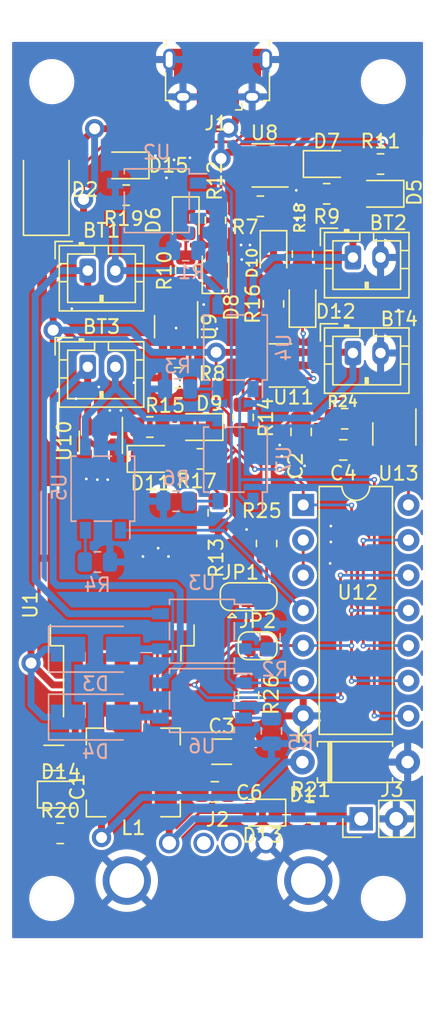
<source format=kicad_pcb>
(kicad_pcb (version 20211014) (generator pcbnew)
  (layers (0 "F.Cu" signal) (31 "B.Cu" signal) (34 "B.Paste" user) (35 "F.Paste" user) (36 "B.SilkS" user "B.Silkscreen") (37 "F.SilkS" user "F.Silkscreen") (38 "B.Mask" user) (39 "F.Mask" user) (44 "Edge.Cuts" user))
  (net 0 "")
  (net 1 "BT1")
  (net 2 "Net-(BT1-Pad2)")
  (net 3 "BT2")
  (net 4 "GND")
  (net 5 "BT3")
  (net 6 "Net-(BT3-Pad2)")
  (net 7 "BT4")
  (net 8 "VRAW")
  (net 9 "5V")
  (net 10 "Net-(C4-Pad1)")
  (net 11 "Net-(D1-Pad1)")
  (net 12 "VBUS")
  (net 13 "Net-(D3-Pad2)")
  (net 14 "Net-(D4-Pad2)")
  (net 15 "Net-(D5-Pad2)")
  (net 16 "Net-(D6-Pad2)")
  (net 17 "Net-(D7-Pad1)")
  (net 18 "Net-(D7-Pad2)")
  (net 19 "Net-(D8-Pad1)")
  (net 20 "Net-(D8-Pad2)")
  (net 21 "Net-(D9-Pad2)")
  (net 22 "Net-(D10-Pad2)")
  (net 23 "Net-(D11-Pad1)")
  (net 24 "Net-(D11-Pad2)")
  (net 25 "Net-(D12-Pad1)")
  (net 26 "Net-(D12-Pad2)")
  (net 30 "Net-(R1-Pad1)")
  (net 31 "Net-(R2-Pad1)")
  (net 32 "Net-(R3-Pad1)")
  (net 33 "Net-(R4-Pad1)")
  (net 34 "Net-(R5-Pad1)")
  (net 35 "Net-(R6-Pad1)")
  (net 36 "Net-(R7-Pad1)")
  (net 37 "Net-(R8-Pad1)")
  (net 38 "Net-(R13-Pad1)")
  (net 39 "Net-(R14-Pad1)")
  (net 40 "Net-(R24-Pad2)")
  (net 41 "Net-(JP1-Pad3)")
  (net 42 "REG_EN")
  (net 43 "GND_CONN")
  (net 44 "VRAW_CONN")
  (net 45 "CROSS_CONN")
  (net 46 "Net-(U12-Pad2)")
  (net 47 "Net-(U12-Pad10)")
  (net 48 "Net-(U12-Pad14)")
  (net 51 "Net-(D13-Pad1)")
  (net 52 "Net-(D14-Pad1)")
  (net 53 "Net-(D15-Pad1)")
  (footprint "LED_SMD:LED_0805_2012Metric" (layer "F.Cu") (at 26.8 11.1 180)
    (fp_text reference "D5")
    (fp_text value "GREEN")
  )
  (footprint "Connector_PinHeader_2.54mm:PinHeader_1x02_P2.54mm_Vertical" (layer "F.Cu") (at 25.4 56.25 90)
    (fp_text reference "J3")
    (fp_text value "Conn_01x02_Male")
  )
  (footprint "Resistor_SMD:R_0805_2012Metric" (layer "F.Cu") (at 15.05 34.15 -90)
    (fp_text reference "R13")
    (fp_text value "10k")
  )
  (footprint "Jumper:SolderJumper-3_P1.3mm_Open_RoundedPad1.0x1.5mm" (layer "F.Cu") (at 17.25 40.2)
    (fp_text reference "JP1")
    (fp_text value "Jumper_3_Open")
  )
  (footprint "LED_SMD:LED_0805_2012Metric" (layer "F.Cu") (at 13.7 27.95 180)
    (fp_text reference "D9")
    (fp_text value "GREEN")
  )
  (footprint "Jumper:SolderJumper-2_P1.3mm_Bridged_RoundedPad1.0x1.5mm" (layer "F.Cu") (at 17.9 43.75)
    (fp_text reference "JP2")
    (fp_text value "Jumper_2_Bridged")
  )
  (footprint "Resistor_SMD:R_0805_2012Metric" (layer "F.Cu") (at 19.05 19.05 -90)
    (fp_text reference "R16")
    (fp_text value "470")
  )
  (footprint "Capacitor_SMD:C_0805_2012Metric" (layer "F.Cu") (at 21.05 28.3 -90)
    (fp_text reference "C2")
    (fp_text value "0.1uF")
  )
  (footprint "Package_TO_SOT_SMD:SOT-23-5" (layer "F.Cu") (at 6.55 29.05 -90)
    (fp_text reference "U10")
    (fp_text value "MCP73831-2-OT")
  )
  (footprint "Resistor_SMD:R_0805_2012Metric" (layer "F.Cu") (at 3.6125 57.3)
    (fp_text reference "R20")
    (fp_text value "1k")
  )
  (footprint "Capacitor_SMD:C_1206_3216Metric" (layer "F.Cu") (at 3.15 51.85 180)
    (fp_text reference "C1")
    (fp_text value "100uF")
  )
  (footprint "Resistor_SMD:R_0805_2012Metric" (layer "F.Cu") (at 16.85 27.25 -90)
    (fp_text reference "R14")
    (fp_text value "10k")
  )
  (footprint "Diode_THT:D_A-405_P7.62mm_Horizontal" (layer "F.Cu") (at 21.14 52.15)
    (fp_text reference "D1")
    (fp_text value "D_Zener")
  )
  (footprint "Resistor_SMD:R_0805_2012Metric" (layer "F.Cu") (at 24.2 27.35)
    (fp_text reference "R24")
    (fp_text value "10k")
  )
  (footprint "LED_SMD:LED_0805_2012Metric" (layer "F.Cu") (at 10.15 30.25)
    (fp_text reference "D11")
    (fp_text value "ORANGE")
  )
  (footprint "Connector_JST:JST_PH_B2B-PH-K_1x02_P2.00mm_Vertical" (layer "F.Cu") (at 5.6 16.65)
    (fp_text reference "BT1")
    (fp_text value "Battery_Cell")
  )
  (footprint "Resistor_SMD:R_0805_2012Metric" (layer "F.Cu") (at 26.8 8.95)
    (fp_text reference "R11")
    (fp_text value "470")
  )
  (footprint "Resistor_SMD:R_0805_2012Metric" (layer "F.Cu") (at 18.55 36.3625 -90)
    (fp_text reference "R25")
    (fp_text value "1k")
  )
  (footprint "LED_SMD:LED_0805_2012Metric" (layer "F.Cu") (at 8.35 9.05 180)
    (fp_text reference "D15")
    (fp_text value "RED")
  )
  (footprint "Package_TO_SOT_SMD:SOT-23-5" (layer "F.Cu") (at 27.8 28.45 -90)
    (fp_text reference "U13")
    (fp_text value "LD3985M33R_SOT23")
  )
  (footprint "Library:USB-A1HS" (layer "F.Cu") (at 15 58)
    (fp_text reference "J2")
    (fp_text value "USB_A")
  )
  (footprint "Inductor_SMD:L_Bourns-SRN6028" (layer "F.Cu") (at 8.9 52.9)
    (fp_text reference "L1")
    (fp_text value "47uH")
  )
  (footprint "Package_TO_SOT_SMD:SOT-23-5" (layer "F.Cu") (at 19.55 23.5 180)
    (fp_text reference "U11")
    (fp_text value "MCP73831-2-OT")
  )
  (footprint "Resistor_SMD:R_0805_2012Metric" (layer "F.Cu") (at 12.7 16.6125 -90)
    (fp_text reference "R10")
    (fp_text value "470")
  )
  (footprint "Resistor_SMD:R_0805_2012Metric" (layer "F.Cu") (at 21.75 55.8)
    (fp_text reference "R21")
    (fp_text value "1k")
  )
  (footprint "Package_TO_SOT_SMD:TO-263-5_TabPin3" (layer "F.Cu") (at 8.1 40.8 90)
    (fp_text reference "U1")
    (fp_text value "TS2596CM550")
  )
  (footprint "Resistor_SMD:R_0805_2012Metric" (layer "F.Cu") (at 17.25 47.3 -90)
    (fp_text reference "R26")
    (fp_text value "10k")
  )
  (footprint "LED_SMD:LED_0805_2012Metric" (layer "F.Cu") (at 14.85 16.6125 90)
    (fp_text reference "D8")
    (fp_text value "ORANGE")
  )
  (footprint "Resistor_SMD:R_0805_2012Metric" (layer "F.Cu") (at 8.3875 11.2 180)
    (fp_text reference "R19")
    (fp_text value "1k")
  )
  (footprint "Capacitor_SMD:C_1206_3216Metric" (layer "F.Cu") (at 15.3 51.4)
    (fp_text reference "C3")
    (fp_text value "100uF")
  )
  (footprint "Resistor_SMD:R_0805_2012Metric" (layer "F.Cu") (at 18.1 12)
    (fp_text reference "R7")
    (fp_text value "10k")
  )
  (footprint "Diode_SMD:D_SMA" (layer "F.Cu") (at 2.6 10.7 90)
    (fp_text reference "D2")
    (fp_text value "D")
  )
  (footprint "Connector_JST:JST_PH_B2B-PH-K_1x02_P2.00mm_Vertical" (layer "F.Cu") (at 5.6 23.6)
    (fp_text reference "BT3")
    (fp_text value "Battery_Cell")
  )
  (footprint "Package_TO_SOT_SMD:SOT-23-5" (layer "F.Cu") (at 12 20.7 -90)
    (fp_text reference "U9")
    (fp_text value "MCP73831-2-OT")
  )
  (footprint "LED_SMD:LED_0805_2012Metric" (layer "F.Cu") (at 3.65 54.5)
    (fp_text reference "D14")
    (fp_text value "RED")
  )
  (footprint "Connector_JST:JST_PH_B2B-PH-K_1x02_P2.00mm_Vertical" (layer "F.Cu") (at 24.8 15.7)
    (fp_text reference "BT2")
    (fp_text value "Battery_Cell")
  )
  (footprint "LED_SMD:LED_0805_2012Metric" (layer "F.Cu") (at 12.7 13.0125 -90)
    (fp_text reference "D6")
    (fp_text value "GREEN")
  )
  (footprint "Package_DIP:DIP-14_W7.62mm" (layer "F.Cu") (at 21.2 33.575)
    (fp_text reference "U12")
    (fp_text value "CD40106BE")
  )
  (footprint "LED_SMD:LED_0805_2012Metric" (layer "F.Cu") (at 22.9 8.95)
    (fp_text reference "D7")
    (fp_text value "ORANGE")
  )
  (footprint "Capacitor_SMD:C_0805_2012Metric" (layer "F.Cu") (at 24.1 29.6 180)
    (fp_text reference "C4")
    (fp_text value "10n")
  )
  (footprint "Resistor_SMD:R_0805_2012Metric" (layer "F.Cu") (at 21.15 15.45 90)
    (fp_text reference "R18")
    (fp_text value "470")
  )
  (footprint "Resistor_SMD:R_0805_2012Metric" (layer "F.Cu") (at 14.85 13.0125 90)
    (fp_text reference "R12")
    (fp_text value "470")
  )
  (footprint "LED_SMD:LED_0805_2012Metric" (layer "F.Cu") (at 19.05 15.45 -90)
    (fp_text reference "D10")
    (fp_text value "GREEN")
  )
  (footprint "LED_SMD:LED_0805_2012Metric" (layer "F.Cu") (at 21.15 19.05 90)
    (fp_text reference "D12")
    (fp_text value "ORANGE")
  )
  (footprint "Resistor_SMD:R_0805_2012Metric" (layer "F.Cu") (at 12.1 24.4 180)
    (fp_text reference "R8")
    (fp_text value "10k")
  )
  (footprint "Resistor_SMD:R_0805_2012Metric" (layer "F.Cu") (at 13.75 30.25)
    (fp_text reference "R17")
    (fp_text value "470")
  )
  (footprint "Package_TO_SOT_SMD:SOT-23-5" (layer "F.Cu") (at 18.3 9.05 180)
    (fp_text reference "U8")
    (fp_text value "MCP73831-2-OT")
  )
  (footprint "Connector_USB:USB_Micro-B_Amphenol_10118194_Horizontal" (layer "F.Cu") (at 15 2.7 180)
    (fp_text reference "J1")
    (fp_text value "USB_B_Micro")
  )
  (footprint "LED_SMD:LED_0805_2012Metric" (layer "F.Cu") (at 18.25 55.8 180)
    (fp_text reference "D13")
    (fp_text value "RED")
  )
  (footprint "Connector_JST:JST_PH_B2B-PH-K_1x02_P2.00mm_Vertical" (layer "F.Cu") (at 24.8 22.6)
    (fp_text reference "BT4")
    (fp_text value "Battery_Cell")
  )
  (footprint "Resistor_SMD:R_0805_2012Metric" (layer "F.Cu") (at 22.9 11.1 180)
    (fp_text reference "R9")
    (fp_text value "470")
  )
  (footprint "Capacitor_SMD:C_0805_2012Metric" (layer "F.Cu") (at 14.8 54.3)
    (fp_text reference "C6")
    (fp_text value "0.1uF")
  )
  (footprint "Resistor_SMD:R_0805_2012Metric" (layer "F.Cu") (at 10.1 27.95 180)
    (fp_text reference "R15")
    (fp_text value "470")
  )
  (footprint "Package_SO:SO-4_4.4x4.3mm_P2.54mm" (layer "B.Cu") (at 6.7 32.4 90)
    (fp_text reference "U5")
    (fp_text value "ASSR-1218")
  )
  (footprint "Diode_SMD:D_SMA" (layer "B.Cu") (at 6.17 48.9)
    (fp_text reference "D4")
    (fp_text value "D")
  )
  (footprint "Diode_SMD:D_SMA" (layer "B.Cu") (at 6.17 44)
    (fp_text reference "D3")
    (fp_text value "D")
  )
  (footprint "Package_SO:SO-4_4.4x4.3mm_P2.54mm" (layer "B.Cu") (at 10.6 11.6 180)
    (fp_text reference "U2")
    (fp_text value "ASSR-1218")
  )
  (footprint "Resistor_SMD:R_0805_2012Metric" (layer "B.Cu") (at 12 33.3 180)
    (fp_text reference "R6")
    (fp_text value "1k")
  )
  (footprint "Package_SO:SO-4_4.4x4.3mm_P2.54mm" (layer "B.Cu") (at 13.87 42.7 180)
    (fp_text reference "U3")
    (fp_text value "ASSR-1218")
  )
  (footprint "Resistor_SMD:R_0805_2012Metric" (layer "B.Cu") (at 18.9 49.9 -90)
    (fp_text reference "R5")
    (fp_text value "1k")
  )
  (footprint "Resistor_SMD:R_0805_2012Metric" (layer "B.Cu") (at 12.1125 25.2 180)
    (fp_text reference "R3")
    (fp_text value "1k")
  )
  (footprint "Package_SO:SO-4_4.4x4.3mm_P2.54mm" (layer "B.Cu") (at 16.3 22.2 90)
    (fp_text reference "U4")
    (fp_text value "ASSR-1218")
  )
  (footprint "Package_SO:SO-4_4.4x4.3mm_P2.54mm" (layer "B.Cu") (at 16.3 30.3 90)
    (fp_text reference "U7")
    (fp_text value "ASSR-1218")
  )
  (footprint "Resistor_SMD:R_0805_2012Metric" (layer "B.Cu") (at 6.3 37.7)
    (fp_text reference "R4")
    (fp_text value "1k")
  )
  (footprint "Resistor_SMD:R_0805_2012Metric" (layer "B.Cu") (at 12.7 15.2 180)
    (fp_text reference "R1")
    (fp_text value "1k")
  )
  (footprint "Resistor_SMD:R_0805_2012Metric" (layer "B.Cu") (at 18.8 43.1 90)
    (fp_text reference "R2")
    (fp_text value "1k")
  )
  (footprint "Package_SO:SO-4_4.4x4.3mm_P2.54mm" (layer "B.Cu") (at 13.87 47.7 180)
    (fp_text reference "U6")
    (fp_text value "ASSR-1218")
  )
  (gr_circle (center 3 3) (end 4.5 3) (layer "Edge.Cuts") (width 0.01) (fill none))
  (gr_circle (center 27 3) (end 28.5 3) (layer "Edge.Cuts") (width 0.01) (fill none))
  (gr_rect (start 0 0) (end 30 65) (layer "Edge.Cuts") (width 0.01) (fill none))
  (gr_circle (center 27 62) (end 28.5 62) (layer "Edge.Cuts") (width 0.01) (fill none))
  (gr_circle (center 3 62) (end 4.5 62) (layer "Edge.Cuts") (width 0.01) (fill none))
  (segment (start 5.6 18.4) (end 5.6 16.65) (width 0.5) (layer "F.Cu") (net 1))
  (segment (start 6.7625 19.5625) (end 5.6 18.4) (width 0.5) (layer "F.Cu") (net 1))
  (segment (start 11.05 19.5625) (end 6.7625 19.5625) (width 0.5) (layer "F.Cu") (net 1))
  (segment (start 3.55 16.65) (end 1.8 18.4) (width 0.5) (layer "B.Cu") (net 1))
  (segment (start 4.23 41.43) (end 10.87 41.43) (width 0.5) (layer "B.Cu") (net 1))
  (segment (start 5.6 16.65) (end 3.55 16.65) (width 0.5) (layer "B.Cu") (net 1))
  (segment (start 1.8 18.4) (end 1.8 39) (width 0.5) (layer "B.Cu") (net 1))
  (segment (start 1.8 39) (end 4.23 41.43) (width 0.5) (layer "B.Cu") (net 1))
  (segment (start 7.6 16.65) (end 7.6 12.87) (width 0.5) (layer "B.Cu") (net 2))
  (segment (start 13.55 16.65) (end 7.6 16.65) (width 0.5) (layer "B.Cu") (net 2))
  (segment (start 15.03 19.2) (end 15.03 18.13) (width 0.5) (layer "B.Cu") (net 2))
  (segment (start 15.03 18.13) (end 13.55 16.65) (width 0.5) (layer "B.Cu") (net 2))
  (segment (start 22.2 6.3) (end 20.4 8.1) (width 0.5) (layer "F.Cu") (net 3))
  (segment (start 28.05 12.95) (end 29.15048 11.84952) (width 0.5) (layer "F.Cu") (net 3))
  (segment (start 24.8 15.7) (end 24.8 14.55) (width 0.5) (layer "F.Cu") (net 3))
  (segment (start 27.8 6.3) (end 22.2 6.3) (width 0.5) (layer "F.Cu") (net 3))
  (segment (start 26.4 12.95) (end 28.05 12.95) (width 0.5) (layer "F.Cu") (net 3))
  (segment (start 24.8 14.55) (end 26.4 12.95) (width 0.5) (layer "F.Cu") (net 3))
  (segment (start 29.15048 11.84952) (end 29.15048 7.65048) (width 0.5) (layer "F.Cu") (net 3))
  (segment (start 29.15048 7.65048) (end 27.8 6.3) (width 0.5) (layer "F.Cu") (net 3))
  (segment (start 20.4 8.1) (end 19.4375 8.1) (width 0.5) (layer "F.Cu") (net 3))
  (segment (start 17.57 19.2) (end 17.57 17.13) (width 0.5) (layer "B.Cu") (net 3))
  (segment (start 19 15.7) (end 24.8 15.7) (width 0.5) (layer "B.Cu") (net 3))
  (segment (start 17.57 17.13) (end 19 15.7) (width 0.5) (layer "B.Cu") (net 3))
  (via (at 10.5 8.35) (size 0.4) (drill 0.2) (layers "F.Cu" "B.Cu") (net 4))
  (via (at 10.7 36.7) (size 0.4) (drill 0.2) (layers "F.Cu" "B.Cu") (net 4))
  (via (at 19.65 30.05) (size 0.4) (drill 0.2) (layers "F.Cu" "B.Cu") (net 4))
  (via (at 23.2 35.1) (size 0.4) (drill 0.2) (layers "F.Cu" "B.Cu") (net 4))
  (via (at 11.45 37.3) (size 0.4) (drill 0.2) (layers "F.Cu" "B.Cu") (net 4))
  (via (at 17.35 14.8) (size 0.4) (drill 0.2) (layers "F.Cu" "B.Cu") (net 4))
  (via (at 20.8 12.95) (size 0.4) (drill 0.2) (layers "F.Cu" "B.Cu") (net 4))
  (via (at 6.4 25.05) (size 0.4) (drill 0.2) (layers "F.Cu" "B.Cu") (net 4))
  (via (at 13 8.5) (size 0.4) (drill 0.2) (layers "F.Cu" "B.Cu") (net 4))
  (via (at 28.1 19.5) (size 0.4) (drill 0.2) (layers "F.Cu" "B.Cu") (net 4))
  (via (at 8 26.75) (size 0.4) (drill 0.2) (layers "F.Cu" "B.Cu") (net 4))
  (via (at 6.3 31.75) (size 0.4) (drill 0.2) (layers "F.Cu" "B.Cu") (net 4))
  (via (at 23.2 36.25) (size 0.4) (drill 0.2) (layers "F.Cu" "B.Cu") (net 4))
  (via (at 11.3 9.95) (size 0.4) (drill 0.2) (layers "F.Cu" "B.Cu") (net 4))
  (via (at 21.3 30.75) (size 0.4) (drill 0.2) (layers "F.Cu" "B.Cu") (net 4))
  (via (at 23.8 19.6) (size 0.4) (drill 0.2) (layers "F.Cu" "B.Cu") (net 4))
  (via (at 11.85 8.65) (size 0.4) (drill 0.2) (layers "F.Cu" "B.Cu") (net 4))
  (via (at 16.75 15.85) (size 0.4) (drill 0.2) (layers "F.Cu" "B.Cu") (net 4))
  (via (at 7.2 26.75) (size 0.4) (drill 0.2) (layers "F.Cu" "B.Cu") (net 4))
  (via (at 5.5 31.7) (size 0.4) (drill 0.2) (layers "F.Cu" "B.Cu") (net 4))
  (via (at 4.75 25.9) (size 0.4) (drill 0.2) (layers "F.Cu" "B.Cu") (net 4))
  (via (at 17.1 35.35) (size 0.4) (drill 0.2) (layers "F.Cu" "B.Cu") (net 4))
  (via (at 9.6 37.3) (size 0.4) (drill 0.2) (layers "F.Cu" "B.Cu") (net 4))
  (via (at 4.45 19.4) (size 0.4) (drill 0.2) (layers "F.Cu" "B.Cu") (net 4))
  (via (at 20.7 10.85) (size 0.4) (drill 0.2) (layers "F.Cu" "B.Cu") (net 4))
  (via (at 20.7 11.85) (size 0.4) (drill 0.2) (layers "F.Cu" "B.Cu") (net 4))
  (via (at 12 20.8) (size 0.4) (drill 0.2) (layers "F.Cu" "B.Cu") (net 4))
  (via (at 19.5 29.25) (size 0.4) (drill 0.2) (layers "F.Cu" "B.Cu") (net 4))
  (via (at 7.05 31.75) (size 0.4) (drill 0.2) (layers "F.Cu" "B.Cu") (net 4))
  (via (at 14 19.1) (size 0.4) (drill 0.2) (layers "F.Cu" "B.Cu") (net 4))
  (via (at 8.95 24.75) (size 0.4) (drill 0.2) (layers "F.Cu" "B.Cu") (net 4))
  (via (at 23.15 37.8) (size 0.4) (drill 0.2) (layers "F.Cu" "B.Cu") (net 4))
  (via (at 16.7 14.8) (size 0.4) (drill 0.2) (layers "F.Cu" "B.Cu") (net 4))
  (via (at 14.95 20.85) (size 0.4) (drill 0.2) (layers "F.Cu" "B.Cu") (net 4))
  (segment (start 5.6 27.9125) (end 5.6 23.6) (width 0.5) (layer "F.Cu") (net 5))
  (segment (start 3.4 39.4) (end 11.9 39.4) (width 0.5) (layer "B.Cu") (net 5))
  (segment (start 12.3 45) (end 10.87 46.43) (width 0.5) (layer "B.Cu") (net 5))
  (segment (start 3.1 39.1) (end 3.4 39.4) (width 0.5) (layer "B.Cu") (net 5))
  (segment (start 5.6 23.6) (end 3.1 26.1) (width 0.5) (layer "B.Cu") (net 5))
  (segment (start 3.1 26.1) (end 3.1 39.1) (width 0.5) (layer "B.Cu") (net 5))
  (segment (start 12.3 39.8) (end 12.3 45) (width 0.5) (layer "B.Cu") (net 5))
  (segment (start 11.9 39.4) (end 12.3 39.8) (width 0.5) (layer "B.Cu") (net 5))
  (segment (start 15.03 27.3) (end 9.8 27.3) (width 0.5) (layer "B.Cu") (net 6))
  (segment (start 7.6 25.1) (end 5.43 27.27) (width 0.5) (layer "B.Cu") (net 6))
  (segment (start 5.43 27.27) (end 5.43 29.4) (width 0.5) (layer "B.Cu") (net 6))
  (segment (start 9.8 27.3) (end 7.6 25.1) (width 0.5) (layer "B.Cu") (net 6))
  (segment (start 7.6 25.1) (end 7.6 23.6) (width 0.5) (layer "B.Cu") (net 6))
  (segment (start 24.75 22.55) (end 24.8 22.6) (width 0.5) (layer "F.Cu") (net 7))
  (segment (start 20.6875 22.55) (end 24.75 22.55) (width 0.5) (layer "F.Cu") (net 7))
  (segment (start 24.8 24.5) (end 24.8 22.6) (width 0.5) (layer "B.Cu") (net 7))
  (segment (start 17.57 27.3) (end 22 27.3) (width 0.5) (layer "B.Cu") (net 7))
  (segment (start 22 27.3) (end 24.8 24.5) (width 0.5) (layer "B.Cu") (net 7))
  (segment (start 6.95 7.35) (end 2.6 11.7) (width 0.2) (layer "F.Cu") (net 8))
  (segment (start 29.7 7.25) (end 28.05 5.6) (width 0.2) (layer "F.Cu") (net 8))
  (segment (start 1.5 33.4) (end 1.5 38.3) (width 0.5) (layer "F.Cu") (net 8))
  (segment (start 28.05 5.6) (end 18.05 5.6) (width 0.2) (layer "F.Cu") (net 8))
  (segment (start 1.5 15.8) (end 2.6 14.7) (width 0.5) (layer "F.Cu") (net 8))
  (segment (start 2.6 14.7) (end 2.6 12.7) (width 0.5) (layer "F.Cu") (net 8))
  (segment (start 4.5875 54.5) (end 4.5875 51.8875) (width 0.2) (layer "F.Cu") (net 8))
  (segment (start 1.5 38.3) (end 1.5 45) (width 0.5) (layer "F.Cu") (net 8))
  (segment (start 4.7 51.775) (end 4.7 46.575) (width 0.5) (layer "F.Cu") (net 8))
  (segment (start 16.3 7.35) (end 6.95 7.35) (width 0.2) (layer "F.Cu") (net 8))
  (segment (start 1.5 33.4) (end 1.5 15.8) (width 0.5) (layer "F.Cu") (net 8))
  (segment (start 4.625 51.85) (end 4.7 51.775) (width 0.5) (layer "F.Cu") (net 8))
  (segment (start 28.75 26.45) (end 29.7 25.5) (width 0.2) (layer "F.Cu") (net 8))
  (segment (start 28.75 27.3125) (end 28.75 26.45) (width 0.2) (layer "F.Cu") (net 8))
  (segment (start 2.6 11.7) (end 2.6 12.7) (width 0.2) (layer "F.Cu") (net 8))
  (segment (start 21.05 27.35) (end 23.2875 27.35) (width 0.2) (layer "F.Cu") (net 8))
  (segment (start 18.55 35.45) (end 18.55 29.2) (width 0.2) (layer "F.Cu") (net 8))
  (segment (start 20.4 27.35) (end 21.05 27.35) (width 0.2) (layer "F.Cu") (net 8))
  (segment (start 29.7 25.5) (end 29.7 7.25) (width 0.2) (layer "F.Cu") (net 8))
  (segment (start 4.5875 51.8875) (end 4.625 51.85) (width 0.2) (layer "F.Cu") (net 8))
  (segment (start 23.2875 27.35) (end 23.2875 26.1625) (width 0.2) (layer "F.Cu") (net 8))
  (segment (start 18.05 5.6) (end 16.3 7.35) (width 0.2) (layer "F.Cu") (net 8))
  (segment (start 27.685717 25.9) (end 28.75 26.964283) (width 0.2) (layer "F.Cu") (net 8))
  (segment (start 3.075 46.575) (end 4.7 46.575) (width 0.5) (layer "F.Cu") (net 8))
  (segment (start 18.55 29.2) (end 20.4 27.35) (width 0.2) (layer "F.Cu") (net 8))
  (segment (start 23.2875 26.1625) (end 23.55 25.9) (width 0.2) (layer "F.Cu") (net 8))
  (segment (start 28.75 26.964283) (end 28.75 27.3125) (width 0.2) (layer "F.Cu") (net 8))
  (segment (start 1.5 45) (end 3.075 46.575) (width 0.5) (layer "F.Cu") (net 8))
  (segment (start 23.55 25.9) (end 27.685717 25.9) (width 0.2) (layer "F.Cu") (net 8))
  (via (at 1.5 45) (size 1.4) (drill 0.8) (layers "F.Cu" "B.Cu") (net 8))
  (segment (start 2.5 44) (end 1.5 45) (width 0.5) (layer "B.Cu") (net 8))
  (segment (start 4.17 48.9) (end 2.4 48.9) (width 0.5) (layer "B.Cu") (net 8))
  (segment (start 4.17 44) (end 2.5 44) (width 0.5) (layer "B.Cu") (net 8))
  (segment (start 4.17 44) (end 4.17 48.9) (width 0.5) (layer "B.Cu") (net 8))
  (segment (start 1.5 48) (end 1.5 45) (width 0.5) (layer "B.Cu") (net 8))
  (segment (start 2.4 48.9) (end 1.5 48) (width 0.5) (layer "B.Cu") (net 8))
  (segment (start 12.75 51.4) (end 11.25 52.9) (width 0.5) (layer "F.Cu") (net 9))
  (segment (start 17.3125 55.8) (end 13.7 55.8) (width 0.2) (layer "F.Cu") (net 9))
  (segment (start 10 52.9) (end 11.25 52.9) (width 0.2) (layer "F.Cu") (net 9))
  (segment (start 13.85 51.425) (end 13.825 51.4) (width 0.5) (layer "F.Cu") (net 9))
  (segment (start 9.8 46.575) (end 9.8 52.7) (width 0.2) (layer "F.Cu") (net 9))
  (segment (start 13.825 51.4) (end 12.75 51.4) (width 0.5) (layer "F.Cu") (net 9))
  (segment (start 13.85 54.3) (end 12.65 54.3) (width 0.5) (layer "F.Cu") (net 9))
  (segment (start 11.5 56.7) (end 11.5 58) (width 0.5) (layer "F.Cu") (net 9))
  (segment (start 9.8 52.7) (end 10 52.9) (width 0.2) (layer "F.Cu") (net 9))
  (segment (start 11.25 56.45) (end 11.5 56.7) (width 0.5) (layer "F.Cu") (net 9))
  (segment (start 11.25 52.9) (end 11.25 56.45) (width 0.5) (layer "F.Cu") (net 9))
  (segment (start 13.7 55.8) (end 11.5 58) (width 0.2) (layer "F.Cu") (net 9))
  (segment (start 13.85 54.3) (end 13.85 51.425) (width 0.5) (layer "F.Cu") (net 9))
  (segment (start 12.65 54.3) (end 11.25 52.9) (width 0.5) (layer "F.Cu") (net 9))
  (segment (start 13.25 56.25) (end 11.5 58) (width 0.5) (layer "B.Cu") (net 9))
  (segment (start 25.4 56.25) (end 13.25 56.25) (width 0.5) (layer "B.Cu") (net 9))
  (segment (start 25.05 29.6) (end 26.8375 29.6) (width 0.2) (layer "F.Cu") (net 10))
  (segment (start 26.8375 29.6) (end 26.85 29.5875) (width 0.2) (layer "F.Cu") (net 10))
  (segment (start 6.55 46.725) (end 6.4 46.575) (width 0.5) (layer "F.Cu") (net 11))
  (segment (start 6.6 57.6) (end 6.6 52.95) (width 0.5) (layer "F.Cu") (net 11))
  (segment (start 6.6 52.95) (end 6.55 52.9) (width 0.5) (layer "F.Cu") (net 11))
  (segment (start 6.55 52.9) (end 6.55 46.725) (width 0.5) (layer "F.Cu") (net 11))
  (via (at 6.6 57.6) (size 1.4) (drill 0.8) (layers "F.Cu" "B.Cu") (net 11))
  (segment (start 6.6 57.6) (end 9.5 54.7) (width 0.5) (layer "B.Cu") (net 11))
  (segment (start 19.95 52.15) (end 21.14 52.15) (width 0.5) (layer "B.Cu") (net 11))
  (segment (start 17.4 54.7) (end 19.95 52.15) (width 0.5) (layer "B.Cu") (net 11))
  (segment (start 9.5 54.7) (end 17.4 54.7) (width 0.5) (layer "B.Cu") (net 11))
  (segment (start 21.2 32.1) (end 20.1 31) (width 0.2) (layer "F.Cu") (net 12))
  (segment (start 3.1 20.95) (end 3.1 28.65) (width 0.5) (layer "F.Cu") (net 12))
  (segment (start 5.3 10.55) (end 5.3 11.5) (width 0.2) (layer "F.Cu") (net 12))
  (segment (start 15.25 8.55) (end 15.25 11.7) (width 0.2) (layer "F.Cu") (net 12))
  (segment (start 15.8 29.1) (end 15.8 27) (width 0.2) (layer "F.Cu") (net 12))
  (segment (start 15.8 27) (end 14.9 26.1) (width 0.2) (layer "F.Cu") (net 12))
  (segment (start 15.25 11.7) (end 14.85 12.1) (width 0.2) (layer "F.Cu") (net 12))
  (segment (start 27.7125 8.1125) (end 26.95 7.35) (width 0.2) (layer "F.Cu") (net 12))
  (segment (start 27.7125 8.95) (end 27.7125 8.1125) (width 0.2) (layer "F.Cu") (net 12))
  (segment (start 15.7 8.1) (end 15.25 8.55) (width 0.5) (layer "F.Cu") (net 12))
  (segment (start 6.8 9.05) (end 5.3 10.55) (width 0.2) (layer "F.Cu") (net 12))
  (segment (start 17.7 31) (end 16.325 29.625) (width 0.2) (layer "F.Cu") (net 12))
  (segment (start 17.1625 8.1) (end 15.7 8.1) (width 0.5) (layer "F.Cu") (net 12))
  (segment (start 16.325 29.625) (end 15.8 29.1) (width 0.2) (layer "F.Cu") (net 12))
  (segment (start 14.6625 30.25) (end 15.7 30.25) (width 0.2) (layer "F.Cu") (net 12))
  (segment (start 3.1 20.95) (end 3.95 20.95) (width 0.5) (layer "F.Cu") (net 12))
  (segment (start 24.7 41.2) (end 24.7 33.6) (width 0.2) (layer "F.Cu") (net 12))
  (segment (start 21.15 14) (end 20.75 13.6) (width 0.2) (layer "F.Cu") (net 12))
  (segment (start 21.2 33.575) (end 21.2 32.1) (width 0.2) (layer "F.Cu") (net 12))
  (segment (start 24.7 43.75) (end 24.7 41.2) (width 0.2) (layer "F.Cu") (net 12))
  (segment (start 18.565 43.735) (end 18.55 43.75) (width 0.2) (layer "F.Cu") (net 12))
  (segment (start 4.6375 30.1875) (end 5.6 30.1875) (width 0.5) (layer "F.Cu") (net 12))
  (segment (start 3.1 16.2) (end 3.1 20.95) (width 0.5) (layer "F.Cu") (net 12))
  (segment (start 3.1 28.65) (end 4.6375 30.1875) (width 0.5) (layer "F.Cu") (net 12))
  (segment (start 20.1 31) (end 19.5 31) (width 0.2) (layer "F.Cu") (net 12))
  (segment (start 20.75 13.6) (end 16.35 13.6) (width 0.2) (layer "F.Cu") (net 12))
  (segment (start 21.2 43.735) (end 18.565 43.735) (width 0.2) (layer "F.Cu") (net 12))
  (segment (start 16.35 13.6) (end 14.85 12.1) (width 0.2) (layer "F.Cu") (net 12))
  (segment (start 14.9 22.55) (end 18.4125 22.55) (width 0.5) (layer "F.Cu") (net 12))
  (segment (start 5.3 14) (end 3.1 16.2) (width 0.5) (layer "F.Cu") (net 12))
  (segment (start 3.95 20.95) (end 4.8375 21.8375) (width 0.5) (layer "F.Cu") (net 12))
  (segment (start 7.4125 9.05) (end 6.8 9.05) (width 0.2) (layer "F.Cu") (net 12))
  (segment (start 14.9 26.1) (end 14.9 22.55) (width 0.2) (layer "F.Cu") (net 12))
  (segment (start 21.15 14.5375) (end 21.15 14) (width 0.2) (layer "F.Cu") (net 12))
  (segment (start 15.7 30.25) (end 16.325 29.625) (width 0.2) (layer "F.Cu") (net 12))
  (segment (start 5.3 11.5) (end 5.3 14) (width 0.5) (layer "F.Cu") (net 12))
  (segment (start 16.3 5.9) (end 15.8 6.4) (width 0.5) (layer "F.Cu") (net 12))
  (segment (start 15.8 6.4) (end 6.1 6.4) (width 0.5) (layer "F.Cu") (net 12))
  (segment (start 24.7 46.3) (end 24.7 43.75) (width 0.2) (layer "F.Cu") (net 12))
  (segment (start 3.8 8.7) (end 2.6 8.7) (width 0.5) (layer "F.Cu") (net 12))
  (segment (start 16.3 4.1) (end 16.3 5.9) (width 0.5) (layer "F.Cu") (net 12))
  (segment (start 4.8375 21.8375) (end 11.05 21.8375) (width 0.5) (layer "F.Cu") (net 12))
  (segment (start 6.1 6.4) (end 3.8 8.7) (width 0.5) (layer "F.Cu") (net 12))
  (via (at 6.1 6.4) (size 1.4) (drill 0.8) (layers "F.Cu" "B.Cu") (net 12))
  (via (at 24.7 33.6) (size 0.4) (drill 0.2) (layers "F.Cu" "B.Cu") (net 12))
  (via (at 19.5 31) (size 0.4) (drill 0.2) (layers "F.Cu" "B.Cu") (net 12))
  (via (at 24.7 41.2) (size 0.4) (drill 0.2) (layers "F.Cu" "B.Cu") (net 12))
  (via (at 26.95 7.35) (size 0.4) (drill 0.2) (layers "F.Cu" "B.Cu") (net 12))
  (via (at 15.8 6.3505) (size 1.4) (drill 0.8) (layers "F.Cu" "B.Cu") (net 12))
  (via (at 24.7 43.75) (size 0.4) (drill 0.2) (layers "F.Cu" "B.Cu") (net 12))
  (via (at 17.7 31) (size 0.4) (drill 0.2) (layers "F.Cu" "B.Cu") (net 12))
  (via (at 14.9 22.55) (size 1.4) (drill 0.8) (layers "F.Cu" "B.Cu") (net 12))
  (via (at 3.1 20.95) (size 1.4) (drill 0.8) (layers "F.Cu" "B.Cu") (net 12))
  (via (at 15.25 8.55) (size 1.4) (drill 0.8) (layers "F.Cu" "B.Cu") (net 12))
  (via (at 5.3 11.5) (size 1.4) (drill 0.8) (layers "F.Cu" "B.Cu") (net 12))
  (via (at 24.7 46.3) (size 0.4) (drill 0.2) (layers "F.Cu" "B.Cu") (net 12))
  (segment (start 10.25 22.55) (end 14.9 22.55) (width 0.5) (layer "B.Cu") (net 12))
  (segment (start 28.82 46.275) (end 24.725 46.275) (width 0.2) (layer "B.Cu") (net 12))
  (segment (start 8.65 20.95) (end 10.25 22.55) (width 0.5) (layer "B.Cu") (net 12))
  (segment (start 24.685 43.735) (end 24.7 43.75) (width 0.2) (layer "B.Cu") (net 12))
  (segment (start 16.7995 7.35) (end 15.8 6.3505) (width 0.2) (layer "B.Cu") (net 12))
  (segment (start 26.95 7.35) (end 16.7995 7.35) (width 0.2) (layer "B.Cu") (net 12))
  (segment (start 21.2 43.735) (end 24.685 43.735) (width 0.2) (layer "B.Cu") (net 12))
  (segment (start 3.1 20.95) (end 8.65 20.95) (width 0.5) (layer "B.Cu") (net 12))
  (segment (start 24.7 41.2) (end 24.705 41.195) (width 0.2) (layer "B.Cu") (net 12))
  (segment (start 6.1 10.7) (end 5.3 11.5) (width 0.5) (layer "B.Cu") (net 12))
  (segment (start 19.5 31) (end 17.7 31) (width 0.2) (layer "B.Cu") (net 12))
  (segment (start 24.705 41.195) (end 28.82 41.195) (width 0.2) (layer "B.Cu") (net 12))
  (segment (start 15.25 8.55) (end 15.25 6.9005) (width 0.5) (layer "B.Cu") (net 12))
  (segment (start 15.25 6.9005) (end 15.8 6.3505) (width 0.5) (layer "B.Cu") (net 12))
  (segment (start 24.675 33.575) (end 21.2 33.575) (width 0.2) (layer "B.Cu") (net 12))
  (segment (start 24.725 46.275) (end 24.7 46.3) (width 0.2) (layer "B.Cu") (net 12))
  (segment (start 6.1 6.4) (end 6.1 10.7) (width 0.5) (layer "B.Cu") (net 12))
  (segment (start 24.7 33.6) (end 24.675 33.575) (width 0.2) (layer "B.Cu") (net 12))
  (segment (start 10.87 43.97) (end 8.2 43.97) (width 0.5) (layer "B.Cu") (net 13))
  (segment (start 8.17 48.9) (end 10.8 48.9) (width 0.5) (layer "B.Cu") (net 14))
  (segment (start 25.8625 11.1) (end 23.8125 11.1) (width 0.2) (layer "F.Cu") (net 15))
  (segment (start 12.7 15.7) (end 12.7 13.95) (width 0.2) (layer "F.Cu") (net 16))
  (segment (start 19.4375 10) (end 20.35 10) (width 0.2) (layer "F.Cu") (net 17))
  (segment (start 21.9625 11.075) (end 21.9875 11.1) (width 0.2) (layer "F.Cu") (net 17))
  (segment (start 20.35 10) (end 21.4 8.95) (width 0.2) (layer "F.Cu") (net 17))
  (segment (start 21.9625 8.95) (end 21.9625 11.075) (width 0.2) (layer "F.Cu") (net 17))
  (segment (start 21.4 8.95) (end 21.9625 8.95) (width 0.2) (layer "F.Cu") (net 17))
  (segment (start 25.8875 8.95) (end 23.8375 8.95) (width 0.2) (layer "F.Cu") (net 18))
  (segment (start 12.7 18.3) (end 12.7 17.525) (width 0.2) (layer "F.Cu") (net 19))
  (segment (start 12.95 19.5625) (end 12.95 18.55) (width 0.2) (layer "F.Cu") (net 19))
  (segment (start 12.3 17.5625) (end 14.425 17.5625) (width 0.2) (layer "F.Cu") (net 19))
  (segment (start 12.95 18.55) (end 12.7 18.3) (width 0.2) (layer "F.Cu") (net 19))
  (segment (start 14.85 13.925) (end 14.85 15.675) (width 0.2) (layer "F.Cu") (net 20))
  (segment (start 12.7625 27.95) (end 11.0125 27.95) (width 0.2) (layer "F.Cu") (net 21))
  (segment (start 19.05 16.3875) (end 19.05 18.1375) (width 0.2) (layer "F.Cu") (net 22))
  (segment (start 7.5375 27.95) (end 7.5 27.9125) (width 0.2) (layer "F.Cu") (net 23))
  (segment (start 9.1875 27.95) (end 7.5375 27.95) (width 0.2) (layer "F.Cu") (net 23))
  (segment (start 9.2125 27.975) (end 9.1875 27.95) (width 0.2) (layer "F.Cu") (net 23))
  (segment (start 9.2125 30.25) (end 9.2125 27.975) (width 0.2) (layer "F.Cu") (net 23))
  (segment (start 11.025 30.25) (end 12.8375 30.25) (width 0.2) (layer "F.Cu") (net 24))
  (segment (start 21.15 21.15) (end 21.2 21.2) (width 0.2) (layer "F.Cu") (net 25))
  (segment (start 21.15 19.9875) (end 21.15 21.15) (width 0.2) (layer "F.Cu") (net 25))
  (segment (start 21.125 19.9625) (end 21.15 19.9875) (width 0.2) (layer "F.Cu") (net 25))
  (segment (start 19.05 19.9625) (end 21.125 19.9625) (width 0.2) (layer "F.Cu") (net 25))
  (segment (start 20.6875 24.45) (end 21.95 24.45) (width 0.2) (layer "F.Cu") (net 25))
  (via (at 21.95 24.45) (size 0.4) (drill 0.2) (layers "F.Cu" "B.Cu") (net 25))
  (via (at 21.2 21.2) (size 0.4) (drill 0.2) (layers "F.Cu" "B.Cu") (net 25))
  (segment (start 21.2 23.7) (end 21.95 24.45) (width 0.2) (layer "B.Cu") (net 25))
  (segment (start 21.2 21.2) (end 21.2 23.7) (width 0.2) (layer "B.Cu") (net 25))
  (segment (start 21.15 16.3625) (end 21.15 18.1125) (width 0.2) (layer "F.Cu") (net 26))
  (segment (start 13.6125 15.2) (end 13.6 15.1875) (width 0.2) (layer "B.Cu") (net 30))
  (segment (start 13.6 15.1875) (end 13.6 12.87) (width 0.2) (layer "B.Cu") (net 30))
  (segment (start 16.9125 44.0125) (end 16.87 43.97) (width 0.2) (layer "B.Cu") (net 31))
  (segment (start 18.8 44.0125) (end 16.9125 44.0125) (width 0.2) (layer "B.Cu") (net 31))
  (segment (start 13.025 25.2) (end 15.03 25.2) (width 0.2) (layer "B.Cu") (net 32))
  (segment (start 5.3875 37.7) (end 5.43 37.6575) (width 0.2) (layer "B.Cu") (net 33))
  (segment (start 5.43 37.6575) (end 5.43 35.4) (width 0.2) (layer "B.Cu") (net 33))
  (segment (start 18.9 48.9875) (end 18.8825 48.97) (width 0.2) (layer "B.Cu") (net 34))
  (segment (start 18.8825 48.97) (end 16.87 48.97) (width 0.2) (layer "B.Cu") (net 34))
  (segment (start 12.9125 33.3) (end 15.03 33.3) (width 0.2) (layer "B.Cu") (net 35))
  (segment (start 17.1875 10.025) (end 17.1625 10) (width 0.2) (layer "F.Cu") (net 36))
  (segment (start 17.1875 12) (end 17.1875 10.025) (width 0.2) (layer "F.Cu") (net 36))
  (segment (start 13.0125 24.4) (end 13.0125 21.9) (width 0.2) (layer "F.Cu") (net 37))
  (segment (start 13.0125 21.9) (end 12.95 21.8375) (width 0.2) (layer "F.Cu") (net 37))
  (segment (start 15.05 32.7) (end 15.05 33.2375) (width 0.2) (layer "F.Cu") (net 38))
  (segment (start 7.5 30.1875) (end 7.5 30.9) (width 0.2) (layer "F.Cu") (net 38))
  (segment (start 14.35 32) (end 15.05 32.7) (width 0.2) (layer "F.Cu") (net 38))
  (segment (start 8.6 32) (end 14.35 32) (width 0.2) (layer "F.Cu") (net 38))
  (segment (start 7.5 30.9) (end 8.6 32) (width 0.2) (layer "F.Cu") (net 38))
  (segment (start 18.4125 24.45) (end 17.4 24.45) (width 0.2) (layer "F.Cu") (net 39))
  (segment (start 16.85 25) (end 16.85 26.3375) (width 0.2) (layer "F.Cu") (net 39))
  (segment (start 17.4 24.45) (end 16.85 25) (width 0.2) (layer "F.Cu") (net 39))
  (segment (start 26.8125 27.35) (end 26.85 27.3125) (width 0.2) (layer "F.Cu") (net 40))
  (segment (start 25.1125 27.35) (end 26.8125 27.35) (width 0.2) (layer "F.Cu") (net 40))
  (segment (start 18.55 40.2) (end 18.55 37.275) (width 0.2) (layer "F.Cu") (net 41))
  (segment (start 17.25 46.3875) (end 17.25 43.75) (width 0.2) (layer "F.Cu") (net 42))
  (segment (start 23.9 38.65) (end 23.9 47.45) (width 0.2) (layer "F.Cu") (net 42))
  (segment (start 23.9 47.45) (end 23.95 47.5) (width 0.2) (layer "F.Cu") (net 42))
  (segment (start 17.25 43.75) (end 16.15 43.75) (width 0.2) (layer "F.Cu") (net 42))
  (segment (start 16.15 43.75) (end 13.325 46.575) (width 0.2) (layer "F.Cu") (net 42))
  (segment (start 17.25 40.2) (end 17.25 43.75) (width 0.2) (layer "F.Cu") (net 42))
  (segment (start 11.5 46.575) (end 13.325 46.575) (width 0.2) (layer "F.Cu") (net 42))
  (via (at 13.325 46.575) (size 0.4) (drill 0.2) (layers "F.Cu" "B.Cu") (net 42))
  (via (at 23.95 47.5) (size 0.4) (drill 0.2) (layers "F.Cu" "B.Cu") (net 42))
  (via (at 23.9 38.65) (size 0.4) (drill 0.2) (layers "F.Cu" "B.Cu") (net 42))
  (segment (start 28.82 38.655) (end 23.905 38.655) (width 0.2) (layer "B.Cu") (net 42))
  (segment (start 23.905 38.655) (end 23.9 38.65) (width 0.2) (layer "B.Cu") (net 42))
  (segment (start 23.95 47.5) (end 14.25 47.5) (width 0.2) (layer "B.Cu") (net 42))
  (segment (start 14.25 47.5) (end 13.325 46.575) (width 0.2) (layer "B.Cu") (net 42))
  (segment (start 16 11) (end 16 34.3) (width 0.2) (layer "B.Cu") (net 43))
  (segment (start 16 34.3) (end 14.9 35.4) (width 0.2) (layer "B.Cu") (net 43))
  (segment (start 15.33 10.33) (end 16 11) (width 0.2) (layer "B.Cu") (net 43))
  (segment (start 15.405 35.4) (end 14.9 35.4) (width 0.2) (layer "B.Cu") (net 43))
  (segment (start 21.2 41.195) (end 15.405 35.4) (width 0.2) (layer "B.Cu") (net 43))
  (segment (start 13.6 10.33) (end 15.33 10.33) (width 0.2) (layer "B.Cu") (net 43))
  (segment (start 14.9 35.4) (end 7.97 35.4) (width 0.2) (layer "B.Cu") (net 43))
  (segment (start 16.87 46.43) (end 21.045 46.43) (width 0.2) (layer "B.Cu") (net 44))
  (segment (start 16.87 46.43) (end 16.13 46.43) (width 0.2) (layer "B.Cu") (net 44))
  (segment (start 21.045 46.43) (end 21.2 46.275) (width 0.2) (layer "B.Cu") (net 44))
  (segment (start 15.8 41.9) (end 16.27 41.43) (width 0.2) (layer "B.Cu") (net 44))
  (segment (start 16.13 46.43) (end 15.8 46.1) (width 0.2) (layer "B.Cu") (net 44))
  (segment (start 16.27 41.43) (end 16.87 41.43) (width 0.2) (layer "B.Cu") (net 44))
  (segment (start 15.8 46.1) (end 15.8 41.9) (width 0.2) (layer "B.Cu") (net 44))
  (segment (start 26.35 48.8) (end 26.35 31.75) (width 0.2) (layer "F.Cu") (net 45))
  (via (at 26.35 48.8) (size 0.4) (drill 0.2) (layers "F.Cu" "B.Cu") (net 45))
  (via (at 26.35 31.75) (size 0.4) (drill 0.2) (layers "F.Cu" "B.Cu") (net 45))
  (segment (start 16.6 25.9) (end 17.3 25.2) (width 0.2) (layer "B.Cu") (net 45))
  (segment (start 16.6 32.9) (end 16.6 31.7) (width 0.2) (layer "B.Cu") (net 45))
  (segment (start 16.6 30.6) (end 16.6 25.9) (width 0.2) (layer "B.Cu") (net 45))
  (segment (start 26.365 48.815) (end 26.35 48.8) (width 0.2) (layer "B.Cu") (net 45))
  (segment (start 28.82 48.815) (end 26.365 48.815) (width 0.2) (layer "B.Cu") (net 45))
  (segment (start 26.35 31.75) (end 16.65 31.75) (width 0.2) (layer "B.Cu") (net 45))
  (segment (start 16.65 31.75) (end 16.6 31.7) (width 0.2) (layer "B.Cu") (net 45))
  (segment (start 17.3 25.2) (end 17.57 25.2) (width 0.2) (layer "B.Cu") (net 45))
  (segment (start 17.57 33.3) (end 17 33.3) (width 0.2) (layer "B.Cu") (net 45))
  (segment (start 17 33.3) (end 16.6 32.9) (width 0.2) (layer "B.Cu") (net 45))
  (segment (start 16.6 31.7) (end 16.6 30.6) (width 0.2) (layer "B.Cu") (net 45))
  (segment (start 21.2 38.655) (end 21.2 36.115) (width 0.2) (layer "F.Cu") (net 46))
  (segment (start 25.55 36.15) (end 25.55 43.75) (width 0.2) (layer "F.Cu") (net 47))
  (via (at 25.55 43.75) (size 0.4) (drill 0.2) (layers "F.Cu" "B.Cu") (net 47))
  (via (at 25.55 36.15) (size 0.4) (drill 0.2) (layers "F.Cu" "B.Cu") (net 47))
  (segment (start 26.815 36.115) (end 25.585 36.115) (width 0.2) (layer "B.Cu") (net 47))
  (segment (start 25.585 36.115) (end 25.55 36.15) (width 0.2) (layer "B.Cu") (net 47))
  (segment (start 25.565 43.735) (end 28.82 43.735) (width 0.2) (layer "B.Cu") (net 47))
  (segment (start 28.82 36.115) (end 26.815 36.115) (width 0.2) (layer "B.Cu") (net 47))
  (segment (start 25.55 43.75) (end 25.565 43.735) (width 0.2) (layer "B.Cu") (net 47))
  (segment (start 28.75 29.5875) (end 28.82 29.6575) (width 0.2) (layer "F.Cu") (net 48))
  (segment (start 28.82 29.6575) (end 28.82 33.575) (width 0.2) (layer "F.Cu") (net 48))
  (segment (start 20.8375 55.8) (end 19.1875 55.8) (width 0.2) (layer "F.Cu") (net 51))
  (segment (start 2.7125 57.2875) (end 2.7 57.3) (width 0.2) (layer "F.Cu") (net 52))
  (segment (start 2.7125 54.5) (end 2.7125 57.2875) (width 0.2) (layer "F.Cu") (net 52))
  (segment (start 9.3 11.2) (end 9.2875 11.1875) (width 0.2) (layer "F.Cu") (net 53))
  (segment (start 9.2875 11.1875) (end 9.2875 9.05) (width 0.2) (layer "F.Cu") (net 53))
  (zone (net 4) (net_name "GND") (layers F&B.Cu) (connect_pads (clearance 0.13)) (min_thickness 0.13) (fill yes (thermal_gap 0.508) (thermal_bridge_width 0.508))
    (polygon (pts (xy 30 65) (xy 0 65) (xy 0 0) (xy 30 0)))
  )
)
</source>
